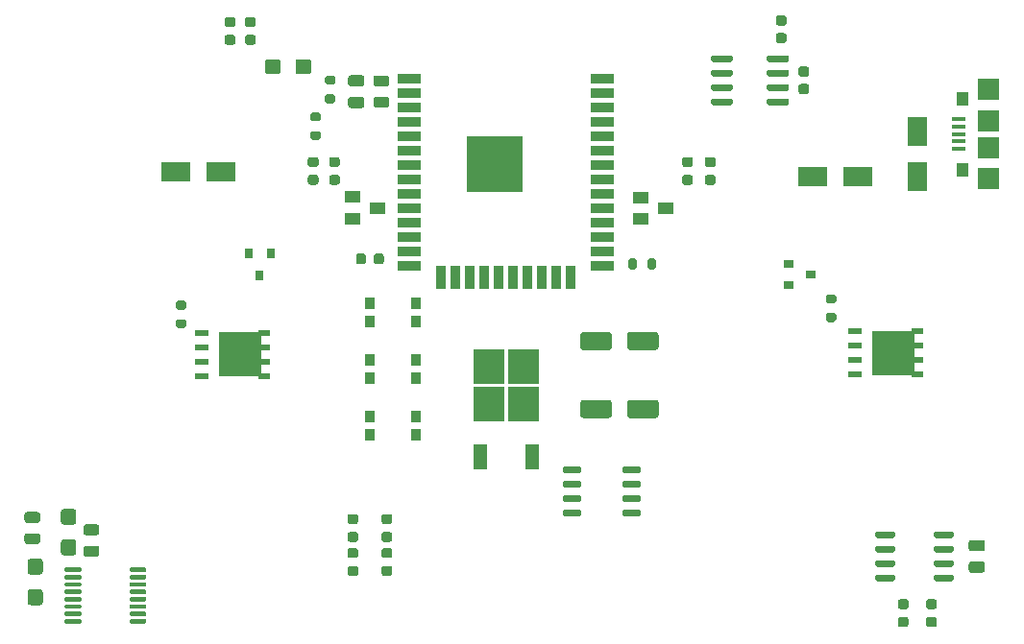
<source format=gbr>
G04 #@! TF.GenerationSoftware,KiCad,Pcbnew,(5.1.7-0-10_14)*
G04 #@! TF.CreationDate,2020-11-13T20:56:13+11:00*
G04 #@! TF.ProjectId,esp32_battery_isolator,65737033-325f-4626-9174-746572795f69,rev?*
G04 #@! TF.SameCoordinates,Original*
G04 #@! TF.FileFunction,Paste,Top*
G04 #@! TF.FilePolarity,Positive*
%FSLAX46Y46*%
G04 Gerber Fmt 4.6, Leading zero omitted, Abs format (unit mm)*
G04 Created by KiCad (PCBNEW (5.1.7-0-10_14)) date 2020-11-13 20:56:13*
%MOMM*%
%LPD*%
G01*
G04 APERTURE LIST*
%ADD10R,1.800000X2.500000*%
%ADD11R,1.300000X0.400000*%
%ADD12R,1.900000X1.900000*%
%ADD13R,1.000000X1.300000*%
%ADD14R,5.000000X5.000000*%
%ADD15R,2.000000X0.900000*%
%ADD16R,0.900000X2.000000*%
%ADD17R,2.500000X1.800000*%
%ADD18R,0.900000X1.000000*%
%ADD19R,1.200000X2.200000*%
%ADD20R,2.750000X3.050000*%
%ADD21R,1.400000X1.000000*%
%ADD22R,0.800000X0.900000*%
%ADD23R,1.270000X0.610000*%
%ADD24R,1.020000X0.610000*%
%ADD25R,3.810000X3.910000*%
%ADD26R,0.900000X0.800000*%
G04 APERTURE END LIST*
G36*
G01*
X134456250Y-85425000D02*
X133543750Y-85425000D01*
G75*
G02*
X133300000Y-85181250I0J243750D01*
G01*
X133300000Y-84693750D01*
G75*
G02*
X133543750Y-84450000I243750J0D01*
G01*
X134456250Y-84450000D01*
G75*
G02*
X134700000Y-84693750I0J-243750D01*
G01*
X134700000Y-85181250D01*
G75*
G02*
X134456250Y-85425000I-243750J0D01*
G01*
G37*
G36*
G01*
X134456250Y-83550000D02*
X133543750Y-83550000D01*
G75*
G02*
X133300000Y-83306250I0J243750D01*
G01*
X133300000Y-82818750D01*
G75*
G02*
X133543750Y-82575000I243750J0D01*
G01*
X134456250Y-82575000D01*
G75*
G02*
X134700000Y-82818750I0J-243750D01*
G01*
X134700000Y-83306250D01*
G75*
G02*
X134456250Y-83550000I-243750J0D01*
G01*
G37*
G36*
G01*
X108906250Y-123150000D02*
X107993750Y-123150000D01*
G75*
G02*
X107750000Y-122906250I0J243750D01*
G01*
X107750000Y-122418750D01*
G75*
G02*
X107993750Y-122175000I243750J0D01*
G01*
X108906250Y-122175000D01*
G75*
G02*
X109150000Y-122418750I0J-243750D01*
G01*
X109150000Y-122906250D01*
G75*
G02*
X108906250Y-123150000I-243750J0D01*
G01*
G37*
G36*
G01*
X108906250Y-125025000D02*
X107993750Y-125025000D01*
G75*
G02*
X107750000Y-124781250I0J243750D01*
G01*
X107750000Y-124293750D01*
G75*
G02*
X107993750Y-124050000I243750J0D01*
G01*
X108906250Y-124050000D01*
G75*
G02*
X109150000Y-124293750I0J-243750D01*
G01*
X109150000Y-124781250D01*
G75*
G02*
X108906250Y-125025000I-243750J0D01*
G01*
G37*
G36*
G01*
X103706250Y-123925000D02*
X102793750Y-123925000D01*
G75*
G02*
X102550000Y-123681250I0J243750D01*
G01*
X102550000Y-123193750D01*
G75*
G02*
X102793750Y-122950000I243750J0D01*
G01*
X103706250Y-122950000D01*
G75*
G02*
X103950000Y-123193750I0J-243750D01*
G01*
X103950000Y-123681250D01*
G75*
G02*
X103706250Y-123925000I-243750J0D01*
G01*
G37*
G36*
G01*
X103706250Y-122050000D02*
X102793750Y-122050000D01*
G75*
G02*
X102550000Y-121806250I0J243750D01*
G01*
X102550000Y-121318750D01*
G75*
G02*
X102793750Y-121075000I243750J0D01*
G01*
X103706250Y-121075000D01*
G75*
G02*
X103950000Y-121318750I0J-243750D01*
G01*
X103950000Y-121806250D01*
G75*
G02*
X103706250Y-122050000I-243750J0D01*
G01*
G37*
G36*
G01*
X120931250Y-78300000D02*
X120418750Y-78300000D01*
G75*
G02*
X120200000Y-78081250I0J218750D01*
G01*
X120200000Y-77643750D01*
G75*
G02*
X120418750Y-77425000I218750J0D01*
G01*
X120931250Y-77425000D01*
G75*
G02*
X121150000Y-77643750I0J-218750D01*
G01*
X121150000Y-78081250D01*
G75*
G02*
X120931250Y-78300000I-218750J0D01*
G01*
G37*
G36*
G01*
X120931250Y-79875000D02*
X120418750Y-79875000D01*
G75*
G02*
X120200000Y-79656250I0J218750D01*
G01*
X120200000Y-79218750D01*
G75*
G02*
X120418750Y-79000000I218750J0D01*
G01*
X120931250Y-79000000D01*
G75*
G02*
X121150000Y-79218750I0J-218750D01*
G01*
X121150000Y-79656250D01*
G75*
G02*
X120931250Y-79875000I-218750J0D01*
G01*
G37*
G36*
G01*
X128256250Y-92225000D02*
X127743750Y-92225000D01*
G75*
G02*
X127525000Y-92006250I0J218750D01*
G01*
X127525000Y-91568750D01*
G75*
G02*
X127743750Y-91350000I218750J0D01*
G01*
X128256250Y-91350000D01*
G75*
G02*
X128475000Y-91568750I0J-218750D01*
G01*
X128475000Y-92006250D01*
G75*
G02*
X128256250Y-92225000I-218750J0D01*
G01*
G37*
G36*
G01*
X128256250Y-90650000D02*
X127743750Y-90650000D01*
G75*
G02*
X127525000Y-90431250I0J218750D01*
G01*
X127525000Y-89993750D01*
G75*
G02*
X127743750Y-89775000I218750J0D01*
G01*
X128256250Y-89775000D01*
G75*
G02*
X128475000Y-89993750I0J-218750D01*
G01*
X128475000Y-90431250D01*
G75*
G02*
X128256250Y-90650000I-218750J0D01*
G01*
G37*
G36*
G01*
X122731250Y-78300000D02*
X122218750Y-78300000D01*
G75*
G02*
X122000000Y-78081250I0J218750D01*
G01*
X122000000Y-77643750D01*
G75*
G02*
X122218750Y-77425000I218750J0D01*
G01*
X122731250Y-77425000D01*
G75*
G02*
X122950000Y-77643750I0J-218750D01*
G01*
X122950000Y-78081250D01*
G75*
G02*
X122731250Y-78300000I-218750J0D01*
G01*
G37*
G36*
G01*
X122731250Y-79875000D02*
X122218750Y-79875000D01*
G75*
G02*
X122000000Y-79656250I0J218750D01*
G01*
X122000000Y-79218750D01*
G75*
G02*
X122218750Y-79000000I218750J0D01*
G01*
X122731250Y-79000000D01*
G75*
G02*
X122950000Y-79218750I0J-218750D01*
G01*
X122950000Y-79656250D01*
G75*
G02*
X122731250Y-79875000I-218750J0D01*
G01*
G37*
G36*
G01*
X130131250Y-92225000D02*
X129618750Y-92225000D01*
G75*
G02*
X129400000Y-92006250I0J218750D01*
G01*
X129400000Y-91568750D01*
G75*
G02*
X129618750Y-91350000I218750J0D01*
G01*
X130131250Y-91350000D01*
G75*
G02*
X130350000Y-91568750I0J-218750D01*
G01*
X130350000Y-92006250D01*
G75*
G02*
X130131250Y-92225000I-218750J0D01*
G01*
G37*
G36*
G01*
X130131250Y-90650000D02*
X129618750Y-90650000D01*
G75*
G02*
X129400000Y-90431250I0J218750D01*
G01*
X129400000Y-89993750D01*
G75*
G02*
X129618750Y-89775000I218750J0D01*
G01*
X130131250Y-89775000D01*
G75*
G02*
X130350000Y-89993750I0J-218750D01*
G01*
X130350000Y-90431250D01*
G75*
G02*
X130131250Y-90650000I-218750J0D01*
G01*
G37*
G36*
G01*
X131775000Y-99006250D02*
X131775000Y-98493750D01*
G75*
G02*
X131993750Y-98275000I218750J0D01*
G01*
X132431250Y-98275000D01*
G75*
G02*
X132650000Y-98493750I0J-218750D01*
G01*
X132650000Y-99006250D01*
G75*
G02*
X132431250Y-99225000I-218750J0D01*
G01*
X131993750Y-99225000D01*
G75*
G02*
X131775000Y-99006250I0J218750D01*
G01*
G37*
G36*
G01*
X133350000Y-99006250D02*
X133350000Y-98493750D01*
G75*
G02*
X133568750Y-98275000I218750J0D01*
G01*
X134006250Y-98275000D01*
G75*
G02*
X134225000Y-98493750I0J-218750D01*
G01*
X134225000Y-99006250D01*
G75*
G02*
X134006250Y-99225000I-218750J0D01*
G01*
X133568750Y-99225000D01*
G75*
G02*
X133350000Y-99006250I0J218750D01*
G01*
G37*
G36*
G01*
X179743750Y-130350000D02*
X180256250Y-130350000D01*
G75*
G02*
X180475000Y-130568750I0J-218750D01*
G01*
X180475000Y-131006250D01*
G75*
G02*
X180256250Y-131225000I-218750J0D01*
G01*
X179743750Y-131225000D01*
G75*
G02*
X179525000Y-131006250I0J218750D01*
G01*
X179525000Y-130568750D01*
G75*
G02*
X179743750Y-130350000I218750J0D01*
G01*
G37*
G36*
G01*
X179743750Y-128775000D02*
X180256250Y-128775000D01*
G75*
G02*
X180475000Y-128993750I0J-218750D01*
G01*
X180475000Y-129431250D01*
G75*
G02*
X180256250Y-129650000I-218750J0D01*
G01*
X179743750Y-129650000D01*
G75*
G02*
X179525000Y-129431250I0J218750D01*
G01*
X179525000Y-128993750D01*
G75*
G02*
X179743750Y-128775000I218750J0D01*
G01*
G37*
G36*
G01*
X182243750Y-130350000D02*
X182756250Y-130350000D01*
G75*
G02*
X182975000Y-130568750I0J-218750D01*
G01*
X182975000Y-131006250D01*
G75*
G02*
X182756250Y-131225000I-218750J0D01*
G01*
X182243750Y-131225000D01*
G75*
G02*
X182025000Y-131006250I0J218750D01*
G01*
X182025000Y-130568750D01*
G75*
G02*
X182243750Y-130350000I218750J0D01*
G01*
G37*
G36*
G01*
X182243750Y-128775000D02*
X182756250Y-128775000D01*
G75*
G02*
X182975000Y-128993750I0J-218750D01*
G01*
X182975000Y-129431250D01*
G75*
G02*
X182756250Y-129650000I-218750J0D01*
G01*
X182243750Y-129650000D01*
G75*
G02*
X182025000Y-129431250I0J218750D01*
G01*
X182025000Y-128993750D01*
G75*
G02*
X182243750Y-128775000I218750J0D01*
G01*
G37*
G36*
G01*
X131756250Y-125150000D02*
X131243750Y-125150000D01*
G75*
G02*
X131025000Y-124931250I0J218750D01*
G01*
X131025000Y-124493750D01*
G75*
G02*
X131243750Y-124275000I218750J0D01*
G01*
X131756250Y-124275000D01*
G75*
G02*
X131975000Y-124493750I0J-218750D01*
G01*
X131975000Y-124931250D01*
G75*
G02*
X131756250Y-125150000I-218750J0D01*
G01*
G37*
G36*
G01*
X131756250Y-126725000D02*
X131243750Y-126725000D01*
G75*
G02*
X131025000Y-126506250I0J218750D01*
G01*
X131025000Y-126068750D01*
G75*
G02*
X131243750Y-125850000I218750J0D01*
G01*
X131756250Y-125850000D01*
G75*
G02*
X131975000Y-126068750I0J-218750D01*
G01*
X131975000Y-126506250D01*
G75*
G02*
X131756250Y-126725000I-218750J0D01*
G01*
G37*
G36*
G01*
X131756250Y-123725000D02*
X131243750Y-123725000D01*
G75*
G02*
X131025000Y-123506250I0J218750D01*
G01*
X131025000Y-123068750D01*
G75*
G02*
X131243750Y-122850000I218750J0D01*
G01*
X131756250Y-122850000D01*
G75*
G02*
X131975000Y-123068750I0J-218750D01*
G01*
X131975000Y-123506250D01*
G75*
G02*
X131756250Y-123725000I-218750J0D01*
G01*
G37*
G36*
G01*
X131756250Y-122150000D02*
X131243750Y-122150000D01*
G75*
G02*
X131025000Y-121931250I0J218750D01*
G01*
X131025000Y-121493750D01*
G75*
G02*
X131243750Y-121275000I218750J0D01*
G01*
X131756250Y-121275000D01*
G75*
G02*
X131975000Y-121493750I0J-218750D01*
G01*
X131975000Y-121931250D01*
G75*
G02*
X131756250Y-122150000I-218750J0D01*
G01*
G37*
G36*
G01*
X134756250Y-125150000D02*
X134243750Y-125150000D01*
G75*
G02*
X134025000Y-124931250I0J218750D01*
G01*
X134025000Y-124493750D01*
G75*
G02*
X134243750Y-124275000I218750J0D01*
G01*
X134756250Y-124275000D01*
G75*
G02*
X134975000Y-124493750I0J-218750D01*
G01*
X134975000Y-124931250D01*
G75*
G02*
X134756250Y-125150000I-218750J0D01*
G01*
G37*
G36*
G01*
X134756250Y-126725000D02*
X134243750Y-126725000D01*
G75*
G02*
X134025000Y-126506250I0J218750D01*
G01*
X134025000Y-126068750D01*
G75*
G02*
X134243750Y-125850000I218750J0D01*
G01*
X134756250Y-125850000D01*
G75*
G02*
X134975000Y-126068750I0J-218750D01*
G01*
X134975000Y-126506250D01*
G75*
G02*
X134756250Y-126725000I-218750J0D01*
G01*
G37*
G36*
G01*
X134756250Y-123725000D02*
X134243750Y-123725000D01*
G75*
G02*
X134025000Y-123506250I0J218750D01*
G01*
X134025000Y-123068750D01*
G75*
G02*
X134243750Y-122850000I218750J0D01*
G01*
X134756250Y-122850000D01*
G75*
G02*
X134975000Y-123068750I0J-218750D01*
G01*
X134975000Y-123506250D01*
G75*
G02*
X134756250Y-123725000I-218750J0D01*
G01*
G37*
G36*
G01*
X134756250Y-122150000D02*
X134243750Y-122150000D01*
G75*
G02*
X134025000Y-121931250I0J218750D01*
G01*
X134025000Y-121493750D01*
G75*
G02*
X134243750Y-121275000I218750J0D01*
G01*
X134756250Y-121275000D01*
G75*
G02*
X134975000Y-121493750I0J-218750D01*
G01*
X134975000Y-121931250D01*
G75*
G02*
X134756250Y-122150000I-218750J0D01*
G01*
G37*
G36*
G01*
X151550000Y-112550000D02*
X151550000Y-111450000D01*
G75*
G02*
X151800000Y-111200000I250000J0D01*
G01*
X154075000Y-111200000D01*
G75*
G02*
X154325000Y-111450000I0J-250000D01*
G01*
X154325000Y-112550000D01*
G75*
G02*
X154075000Y-112800000I-250000J0D01*
G01*
X151800000Y-112800000D01*
G75*
G02*
X151550000Y-112550000I0J250000D01*
G01*
G37*
G36*
G01*
X155675000Y-112550000D02*
X155675000Y-111450000D01*
G75*
G02*
X155925000Y-111200000I250000J0D01*
G01*
X158200000Y-111200000D01*
G75*
G02*
X158450000Y-111450000I0J-250000D01*
G01*
X158450000Y-112550000D01*
G75*
G02*
X158200000Y-112800000I-250000J0D01*
G01*
X155925000Y-112800000D01*
G75*
G02*
X155675000Y-112550000I0J250000D01*
G01*
G37*
G36*
G01*
X155675000Y-106550000D02*
X155675000Y-105450000D01*
G75*
G02*
X155925000Y-105200000I250000J0D01*
G01*
X158200000Y-105200000D01*
G75*
G02*
X158450000Y-105450000I0J-250000D01*
G01*
X158450000Y-106550000D01*
G75*
G02*
X158200000Y-106800000I-250000J0D01*
G01*
X155925000Y-106800000D01*
G75*
G02*
X155675000Y-106550000I0J250000D01*
G01*
G37*
G36*
G01*
X151550000Y-106550000D02*
X151550000Y-105450000D01*
G75*
G02*
X151800000Y-105200000I250000J0D01*
G01*
X154075000Y-105200000D01*
G75*
G02*
X154325000Y-105450000I0J-250000D01*
G01*
X154325000Y-106550000D01*
G75*
G02*
X154075000Y-106800000I-250000J0D01*
G01*
X151800000Y-106800000D01*
G75*
G02*
X151550000Y-106550000I0J250000D01*
G01*
G37*
G36*
G01*
X106875001Y-122200000D02*
X106024999Y-122200000D01*
G75*
G02*
X105775000Y-121950001I0J249999D01*
G01*
X105775000Y-121049999D01*
G75*
G02*
X106024999Y-120800000I249999J0D01*
G01*
X106875001Y-120800000D01*
G75*
G02*
X107125000Y-121049999I0J-249999D01*
G01*
X107125000Y-121950001D01*
G75*
G02*
X106875001Y-122200000I-249999J0D01*
G01*
G37*
G36*
G01*
X106875001Y-124900000D02*
X106024999Y-124900000D01*
G75*
G02*
X105775000Y-124650001I0J249999D01*
G01*
X105775000Y-123749999D01*
G75*
G02*
X106024999Y-123500000I249999J0D01*
G01*
X106875001Y-123500000D01*
G75*
G02*
X107125000Y-123749999I0J-249999D01*
G01*
X107125000Y-124650001D01*
G75*
G02*
X106875001Y-124900000I-249999J0D01*
G01*
G37*
G36*
G01*
X103074999Y-125200000D02*
X103925001Y-125200000D01*
G75*
G02*
X104175000Y-125449999I0J-249999D01*
G01*
X104175000Y-126350001D01*
G75*
G02*
X103925001Y-126600000I-249999J0D01*
G01*
X103074999Y-126600000D01*
G75*
G02*
X102825000Y-126350001I0J249999D01*
G01*
X102825000Y-125449999D01*
G75*
G02*
X103074999Y-125200000I249999J0D01*
G01*
G37*
G36*
G01*
X103074999Y-127900000D02*
X103925001Y-127900000D01*
G75*
G02*
X104175000Y-128149999I0J-249999D01*
G01*
X104175000Y-129050001D01*
G75*
G02*
X103925001Y-129300000I-249999J0D01*
G01*
X103074999Y-129300000D01*
G75*
G02*
X102825000Y-129050001I0J249999D01*
G01*
X102825000Y-128149999D01*
G75*
G02*
X103074999Y-127900000I249999J0D01*
G01*
G37*
G36*
G01*
X186025000Y-123550000D02*
X186975000Y-123550000D01*
G75*
G02*
X187225000Y-123800000I0J-250000D01*
G01*
X187225000Y-124300000D01*
G75*
G02*
X186975000Y-124550000I-250000J0D01*
G01*
X186025000Y-124550000D01*
G75*
G02*
X185775000Y-124300000I0J250000D01*
G01*
X185775000Y-123800000D01*
G75*
G02*
X186025000Y-123550000I250000J0D01*
G01*
G37*
G36*
G01*
X186025000Y-125450000D02*
X186975000Y-125450000D01*
G75*
G02*
X187225000Y-125700000I0J-250000D01*
G01*
X187225000Y-126200000D01*
G75*
G02*
X186975000Y-126450000I-250000J0D01*
G01*
X186025000Y-126450000D01*
G75*
G02*
X185775000Y-126200000I0J250000D01*
G01*
X185775000Y-125700000D01*
G75*
G02*
X186025000Y-125450000I250000J0D01*
G01*
G37*
G36*
G01*
X169500000Y-79725000D02*
X169000000Y-79725000D01*
G75*
G02*
X168775000Y-79500000I0J225000D01*
G01*
X168775000Y-79050000D01*
G75*
G02*
X169000000Y-78825000I225000J0D01*
G01*
X169500000Y-78825000D01*
G75*
G02*
X169725000Y-79050000I0J-225000D01*
G01*
X169725000Y-79500000D01*
G75*
G02*
X169500000Y-79725000I-225000J0D01*
G01*
G37*
G36*
G01*
X169500000Y-78175000D02*
X169000000Y-78175000D01*
G75*
G02*
X168775000Y-77950000I0J225000D01*
G01*
X168775000Y-77500000D01*
G75*
G02*
X169000000Y-77275000I225000J0D01*
G01*
X169500000Y-77275000D01*
G75*
G02*
X169725000Y-77500000I0J-225000D01*
G01*
X169725000Y-77950000D01*
G75*
G02*
X169500000Y-78175000I-225000J0D01*
G01*
G37*
G36*
G01*
X171500000Y-82675000D02*
X171000000Y-82675000D01*
G75*
G02*
X170775000Y-82450000I0J225000D01*
G01*
X170775000Y-82000000D01*
G75*
G02*
X171000000Y-81775000I225000J0D01*
G01*
X171500000Y-81775000D01*
G75*
G02*
X171725000Y-82000000I0J-225000D01*
G01*
X171725000Y-82450000D01*
G75*
G02*
X171500000Y-82675000I-225000J0D01*
G01*
G37*
G36*
G01*
X171500000Y-84225000D02*
X171000000Y-84225000D01*
G75*
G02*
X170775000Y-84000000I0J225000D01*
G01*
X170775000Y-83550000D01*
G75*
G02*
X171000000Y-83325000I225000J0D01*
G01*
X171500000Y-83325000D01*
G75*
G02*
X171725000Y-83550000I0J-225000D01*
G01*
X171725000Y-84000000D01*
G75*
G02*
X171500000Y-84225000I-225000J0D01*
G01*
G37*
D10*
X181250000Y-91500000D03*
X181250000Y-87500000D03*
G36*
G01*
X161256250Y-92225000D02*
X160743750Y-92225000D01*
G75*
G02*
X160525000Y-92006250I0J218750D01*
G01*
X160525000Y-91568750D01*
G75*
G02*
X160743750Y-91350000I218750J0D01*
G01*
X161256250Y-91350000D01*
G75*
G02*
X161475000Y-91568750I0J-218750D01*
G01*
X161475000Y-92006250D01*
G75*
G02*
X161256250Y-92225000I-218750J0D01*
G01*
G37*
G36*
G01*
X161256250Y-90650000D02*
X160743750Y-90650000D01*
G75*
G02*
X160525000Y-90431250I0J218750D01*
G01*
X160525000Y-89993750D01*
G75*
G02*
X160743750Y-89775000I218750J0D01*
G01*
X161256250Y-89775000D01*
G75*
G02*
X161475000Y-89993750I0J-218750D01*
G01*
X161475000Y-90431250D01*
G75*
G02*
X161256250Y-90650000I-218750J0D01*
G01*
G37*
D11*
X184900000Y-88400000D03*
X184900000Y-89050000D03*
X184900000Y-87750000D03*
X184900000Y-87100000D03*
X184900000Y-86450000D03*
D12*
X187550000Y-91700000D03*
X187550000Y-83800000D03*
X187550000Y-86550000D03*
X187550000Y-88950000D03*
D13*
X185200000Y-90900000D03*
X185200000Y-84600000D03*
G36*
G01*
X129225000Y-82575000D02*
X129775000Y-82575000D01*
G75*
G02*
X129975000Y-82775000I0J-200000D01*
G01*
X129975000Y-83175000D01*
G75*
G02*
X129775000Y-83375000I-200000J0D01*
G01*
X129225000Y-83375000D01*
G75*
G02*
X129025000Y-83175000I0J200000D01*
G01*
X129025000Y-82775000D01*
G75*
G02*
X129225000Y-82575000I200000J0D01*
G01*
G37*
G36*
G01*
X129225000Y-84225000D02*
X129775000Y-84225000D01*
G75*
G02*
X129975000Y-84425000I0J-200000D01*
G01*
X129975000Y-84825000D01*
G75*
G02*
X129775000Y-85025000I-200000J0D01*
G01*
X129225000Y-85025000D01*
G75*
G02*
X129025000Y-84825000I0J200000D01*
G01*
X129025000Y-84425000D01*
G75*
G02*
X129225000Y-84225000I200000J0D01*
G01*
G37*
G36*
G01*
X163256250Y-90650000D02*
X162743750Y-90650000D01*
G75*
G02*
X162525000Y-90431250I0J218750D01*
G01*
X162525000Y-89993750D01*
G75*
G02*
X162743750Y-89775000I218750J0D01*
G01*
X163256250Y-89775000D01*
G75*
G02*
X163475000Y-89993750I0J-218750D01*
G01*
X163475000Y-90431250D01*
G75*
G02*
X163256250Y-90650000I-218750J0D01*
G01*
G37*
G36*
G01*
X163256250Y-92225000D02*
X162743750Y-92225000D01*
G75*
G02*
X162525000Y-92006250I0J218750D01*
G01*
X162525000Y-91568750D01*
G75*
G02*
X162743750Y-91350000I218750J0D01*
G01*
X163256250Y-91350000D01*
G75*
G02*
X163475000Y-91568750I0J-218750D01*
G01*
X163475000Y-92006250D01*
G75*
G02*
X163256250Y-92225000I-218750J0D01*
G01*
G37*
D14*
X144000000Y-90395000D03*
D15*
X136500000Y-82895000D03*
X136500000Y-84165000D03*
X136500000Y-85435000D03*
X136500000Y-86705000D03*
X136500000Y-87975000D03*
X136500000Y-89245000D03*
X136500000Y-90515000D03*
X136500000Y-91785000D03*
X136500000Y-93055000D03*
X136500000Y-94325000D03*
X136500000Y-95595000D03*
X136500000Y-96865000D03*
X136500000Y-98135000D03*
X136500000Y-99405000D03*
D16*
X139285000Y-100405000D03*
X140555000Y-100405000D03*
X141825000Y-100405000D03*
X143095000Y-100405000D03*
X144365000Y-100405000D03*
X145635000Y-100405000D03*
X146905000Y-100405000D03*
X148175000Y-100405000D03*
X149445000Y-100405000D03*
X150715000Y-100405000D03*
D15*
X153500000Y-99405000D03*
X153500000Y-98135000D03*
X153500000Y-96865000D03*
X153500000Y-95595000D03*
X153500000Y-94325000D03*
X153500000Y-93055000D03*
X153500000Y-91785000D03*
X153500000Y-90515000D03*
X153500000Y-89245000D03*
X153500000Y-87975000D03*
X153500000Y-86705000D03*
X153500000Y-85435000D03*
X153500000Y-84165000D03*
X153500000Y-82895000D03*
G36*
G01*
X106100000Y-126275000D02*
X106100000Y-126075000D01*
G75*
G02*
X106200000Y-125975000I100000J0D01*
G01*
X107475000Y-125975000D01*
G75*
G02*
X107575000Y-126075000I0J-100000D01*
G01*
X107575000Y-126275000D01*
G75*
G02*
X107475000Y-126375000I-100000J0D01*
G01*
X106200000Y-126375000D01*
G75*
G02*
X106100000Y-126275000I0J100000D01*
G01*
G37*
G36*
G01*
X106100000Y-126925000D02*
X106100000Y-126725000D01*
G75*
G02*
X106200000Y-126625000I100000J0D01*
G01*
X107475000Y-126625000D01*
G75*
G02*
X107575000Y-126725000I0J-100000D01*
G01*
X107575000Y-126925000D01*
G75*
G02*
X107475000Y-127025000I-100000J0D01*
G01*
X106200000Y-127025000D01*
G75*
G02*
X106100000Y-126925000I0J100000D01*
G01*
G37*
G36*
G01*
X106100000Y-127575000D02*
X106100000Y-127375000D01*
G75*
G02*
X106200000Y-127275000I100000J0D01*
G01*
X107475000Y-127275000D01*
G75*
G02*
X107575000Y-127375000I0J-100000D01*
G01*
X107575000Y-127575000D01*
G75*
G02*
X107475000Y-127675000I-100000J0D01*
G01*
X106200000Y-127675000D01*
G75*
G02*
X106100000Y-127575000I0J100000D01*
G01*
G37*
G36*
G01*
X106100000Y-128225000D02*
X106100000Y-128025000D01*
G75*
G02*
X106200000Y-127925000I100000J0D01*
G01*
X107475000Y-127925000D01*
G75*
G02*
X107575000Y-128025000I0J-100000D01*
G01*
X107575000Y-128225000D01*
G75*
G02*
X107475000Y-128325000I-100000J0D01*
G01*
X106200000Y-128325000D01*
G75*
G02*
X106100000Y-128225000I0J100000D01*
G01*
G37*
G36*
G01*
X106100000Y-128875000D02*
X106100000Y-128675000D01*
G75*
G02*
X106200000Y-128575000I100000J0D01*
G01*
X107475000Y-128575000D01*
G75*
G02*
X107575000Y-128675000I0J-100000D01*
G01*
X107575000Y-128875000D01*
G75*
G02*
X107475000Y-128975000I-100000J0D01*
G01*
X106200000Y-128975000D01*
G75*
G02*
X106100000Y-128875000I0J100000D01*
G01*
G37*
G36*
G01*
X106100000Y-129525000D02*
X106100000Y-129325000D01*
G75*
G02*
X106200000Y-129225000I100000J0D01*
G01*
X107475000Y-129225000D01*
G75*
G02*
X107575000Y-129325000I0J-100000D01*
G01*
X107575000Y-129525000D01*
G75*
G02*
X107475000Y-129625000I-100000J0D01*
G01*
X106200000Y-129625000D01*
G75*
G02*
X106100000Y-129525000I0J100000D01*
G01*
G37*
G36*
G01*
X106100000Y-130175000D02*
X106100000Y-129975000D01*
G75*
G02*
X106200000Y-129875000I100000J0D01*
G01*
X107475000Y-129875000D01*
G75*
G02*
X107575000Y-129975000I0J-100000D01*
G01*
X107575000Y-130175000D01*
G75*
G02*
X107475000Y-130275000I-100000J0D01*
G01*
X106200000Y-130275000D01*
G75*
G02*
X106100000Y-130175000I0J100000D01*
G01*
G37*
G36*
G01*
X106100000Y-130825000D02*
X106100000Y-130625000D01*
G75*
G02*
X106200000Y-130525000I100000J0D01*
G01*
X107475000Y-130525000D01*
G75*
G02*
X107575000Y-130625000I0J-100000D01*
G01*
X107575000Y-130825000D01*
G75*
G02*
X107475000Y-130925000I-100000J0D01*
G01*
X106200000Y-130925000D01*
G75*
G02*
X106100000Y-130825000I0J100000D01*
G01*
G37*
G36*
G01*
X111825000Y-130825000D02*
X111825000Y-130625000D01*
G75*
G02*
X111925000Y-130525000I100000J0D01*
G01*
X113200000Y-130525000D01*
G75*
G02*
X113300000Y-130625000I0J-100000D01*
G01*
X113300000Y-130825000D01*
G75*
G02*
X113200000Y-130925000I-100000J0D01*
G01*
X111925000Y-130925000D01*
G75*
G02*
X111825000Y-130825000I0J100000D01*
G01*
G37*
G36*
G01*
X111825000Y-130175000D02*
X111825000Y-129975000D01*
G75*
G02*
X111925000Y-129875000I100000J0D01*
G01*
X113200000Y-129875000D01*
G75*
G02*
X113300000Y-129975000I0J-100000D01*
G01*
X113300000Y-130175000D01*
G75*
G02*
X113200000Y-130275000I-100000J0D01*
G01*
X111925000Y-130275000D01*
G75*
G02*
X111825000Y-130175000I0J100000D01*
G01*
G37*
G36*
G01*
X111825000Y-129525000D02*
X111825000Y-129325000D01*
G75*
G02*
X111925000Y-129225000I100000J0D01*
G01*
X113200000Y-129225000D01*
G75*
G02*
X113300000Y-129325000I0J-100000D01*
G01*
X113300000Y-129525000D01*
G75*
G02*
X113200000Y-129625000I-100000J0D01*
G01*
X111925000Y-129625000D01*
G75*
G02*
X111825000Y-129525000I0J100000D01*
G01*
G37*
G36*
G01*
X111825000Y-128875000D02*
X111825000Y-128675000D01*
G75*
G02*
X111925000Y-128575000I100000J0D01*
G01*
X113200000Y-128575000D01*
G75*
G02*
X113300000Y-128675000I0J-100000D01*
G01*
X113300000Y-128875000D01*
G75*
G02*
X113200000Y-128975000I-100000J0D01*
G01*
X111925000Y-128975000D01*
G75*
G02*
X111825000Y-128875000I0J100000D01*
G01*
G37*
G36*
G01*
X111825000Y-128225000D02*
X111825000Y-128025000D01*
G75*
G02*
X111925000Y-127925000I100000J0D01*
G01*
X113200000Y-127925000D01*
G75*
G02*
X113300000Y-128025000I0J-100000D01*
G01*
X113300000Y-128225000D01*
G75*
G02*
X113200000Y-128325000I-100000J0D01*
G01*
X111925000Y-128325000D01*
G75*
G02*
X111825000Y-128225000I0J100000D01*
G01*
G37*
G36*
G01*
X111825000Y-127575000D02*
X111825000Y-127375000D01*
G75*
G02*
X111925000Y-127275000I100000J0D01*
G01*
X113200000Y-127275000D01*
G75*
G02*
X113300000Y-127375000I0J-100000D01*
G01*
X113300000Y-127575000D01*
G75*
G02*
X113200000Y-127675000I-100000J0D01*
G01*
X111925000Y-127675000D01*
G75*
G02*
X111825000Y-127575000I0J100000D01*
G01*
G37*
G36*
G01*
X111825000Y-126925000D02*
X111825000Y-126725000D01*
G75*
G02*
X111925000Y-126625000I100000J0D01*
G01*
X113200000Y-126625000D01*
G75*
G02*
X113300000Y-126725000I0J-100000D01*
G01*
X113300000Y-126925000D01*
G75*
G02*
X113200000Y-127025000I-100000J0D01*
G01*
X111925000Y-127025000D01*
G75*
G02*
X111825000Y-126925000I0J100000D01*
G01*
G37*
G36*
G01*
X111825000Y-126275000D02*
X111825000Y-126075000D01*
G75*
G02*
X111925000Y-125975000I100000J0D01*
G01*
X113200000Y-125975000D01*
G75*
G02*
X113300000Y-126075000I0J-100000D01*
G01*
X113300000Y-126275000D01*
G75*
G02*
X113200000Y-126375000I-100000J0D01*
G01*
X111925000Y-126375000D01*
G75*
G02*
X111825000Y-126275000I0J100000D01*
G01*
G37*
G36*
G01*
X177550000Y-123245000D02*
X177550000Y-122945000D01*
G75*
G02*
X177700000Y-122795000I150000J0D01*
G01*
X179150000Y-122795000D01*
G75*
G02*
X179300000Y-122945000I0J-150000D01*
G01*
X179300000Y-123245000D01*
G75*
G02*
X179150000Y-123395000I-150000J0D01*
G01*
X177700000Y-123395000D01*
G75*
G02*
X177550000Y-123245000I0J150000D01*
G01*
G37*
G36*
G01*
X177550000Y-124515000D02*
X177550000Y-124215000D01*
G75*
G02*
X177700000Y-124065000I150000J0D01*
G01*
X179150000Y-124065000D01*
G75*
G02*
X179300000Y-124215000I0J-150000D01*
G01*
X179300000Y-124515000D01*
G75*
G02*
X179150000Y-124665000I-150000J0D01*
G01*
X177700000Y-124665000D01*
G75*
G02*
X177550000Y-124515000I0J150000D01*
G01*
G37*
G36*
G01*
X177550000Y-125785000D02*
X177550000Y-125485000D01*
G75*
G02*
X177700000Y-125335000I150000J0D01*
G01*
X179150000Y-125335000D01*
G75*
G02*
X179300000Y-125485000I0J-150000D01*
G01*
X179300000Y-125785000D01*
G75*
G02*
X179150000Y-125935000I-150000J0D01*
G01*
X177700000Y-125935000D01*
G75*
G02*
X177550000Y-125785000I0J150000D01*
G01*
G37*
G36*
G01*
X177550000Y-127055000D02*
X177550000Y-126755000D01*
G75*
G02*
X177700000Y-126605000I150000J0D01*
G01*
X179150000Y-126605000D01*
G75*
G02*
X179300000Y-126755000I0J-150000D01*
G01*
X179300000Y-127055000D01*
G75*
G02*
X179150000Y-127205000I-150000J0D01*
G01*
X177700000Y-127205000D01*
G75*
G02*
X177550000Y-127055000I0J150000D01*
G01*
G37*
G36*
G01*
X182700000Y-127055000D02*
X182700000Y-126755000D01*
G75*
G02*
X182850000Y-126605000I150000J0D01*
G01*
X184300000Y-126605000D01*
G75*
G02*
X184450000Y-126755000I0J-150000D01*
G01*
X184450000Y-127055000D01*
G75*
G02*
X184300000Y-127205000I-150000J0D01*
G01*
X182850000Y-127205000D01*
G75*
G02*
X182700000Y-127055000I0J150000D01*
G01*
G37*
G36*
G01*
X182700000Y-125785000D02*
X182700000Y-125485000D01*
G75*
G02*
X182850000Y-125335000I150000J0D01*
G01*
X184300000Y-125335000D01*
G75*
G02*
X184450000Y-125485000I0J-150000D01*
G01*
X184450000Y-125785000D01*
G75*
G02*
X184300000Y-125935000I-150000J0D01*
G01*
X182850000Y-125935000D01*
G75*
G02*
X182700000Y-125785000I0J150000D01*
G01*
G37*
G36*
G01*
X182700000Y-124515000D02*
X182700000Y-124215000D01*
G75*
G02*
X182850000Y-124065000I150000J0D01*
G01*
X184300000Y-124065000D01*
G75*
G02*
X184450000Y-124215000I0J-150000D01*
G01*
X184450000Y-124515000D01*
G75*
G02*
X184300000Y-124665000I-150000J0D01*
G01*
X182850000Y-124665000D01*
G75*
G02*
X182700000Y-124515000I0J150000D01*
G01*
G37*
G36*
G01*
X182700000Y-123245000D02*
X182700000Y-122945000D01*
G75*
G02*
X182850000Y-122795000I150000J0D01*
G01*
X184300000Y-122795000D01*
G75*
G02*
X184450000Y-122945000I0J-150000D01*
G01*
X184450000Y-123245000D01*
G75*
G02*
X184300000Y-123395000I-150000J0D01*
G01*
X182850000Y-123395000D01*
G75*
G02*
X182700000Y-123245000I0J150000D01*
G01*
G37*
G36*
G01*
X163050000Y-81245000D02*
X163050000Y-80945000D01*
G75*
G02*
X163200000Y-80795000I150000J0D01*
G01*
X164850000Y-80795000D01*
G75*
G02*
X165000000Y-80945000I0J-150000D01*
G01*
X165000000Y-81245000D01*
G75*
G02*
X164850000Y-81395000I-150000J0D01*
G01*
X163200000Y-81395000D01*
G75*
G02*
X163050000Y-81245000I0J150000D01*
G01*
G37*
G36*
G01*
X163050000Y-82515000D02*
X163050000Y-82215000D01*
G75*
G02*
X163200000Y-82065000I150000J0D01*
G01*
X164850000Y-82065000D01*
G75*
G02*
X165000000Y-82215000I0J-150000D01*
G01*
X165000000Y-82515000D01*
G75*
G02*
X164850000Y-82665000I-150000J0D01*
G01*
X163200000Y-82665000D01*
G75*
G02*
X163050000Y-82515000I0J150000D01*
G01*
G37*
G36*
G01*
X163050000Y-83785000D02*
X163050000Y-83485000D01*
G75*
G02*
X163200000Y-83335000I150000J0D01*
G01*
X164850000Y-83335000D01*
G75*
G02*
X165000000Y-83485000I0J-150000D01*
G01*
X165000000Y-83785000D01*
G75*
G02*
X164850000Y-83935000I-150000J0D01*
G01*
X163200000Y-83935000D01*
G75*
G02*
X163050000Y-83785000I0J150000D01*
G01*
G37*
G36*
G01*
X163050000Y-85055000D02*
X163050000Y-84755000D01*
G75*
G02*
X163200000Y-84605000I150000J0D01*
G01*
X164850000Y-84605000D01*
G75*
G02*
X165000000Y-84755000I0J-150000D01*
G01*
X165000000Y-85055000D01*
G75*
G02*
X164850000Y-85205000I-150000J0D01*
G01*
X163200000Y-85205000D01*
G75*
G02*
X163050000Y-85055000I0J150000D01*
G01*
G37*
G36*
G01*
X168000000Y-85055000D02*
X168000000Y-84755000D01*
G75*
G02*
X168150000Y-84605000I150000J0D01*
G01*
X169800000Y-84605000D01*
G75*
G02*
X169950000Y-84755000I0J-150000D01*
G01*
X169950000Y-85055000D01*
G75*
G02*
X169800000Y-85205000I-150000J0D01*
G01*
X168150000Y-85205000D01*
G75*
G02*
X168000000Y-85055000I0J150000D01*
G01*
G37*
G36*
G01*
X168000000Y-83785000D02*
X168000000Y-83485000D01*
G75*
G02*
X168150000Y-83335000I150000J0D01*
G01*
X169800000Y-83335000D01*
G75*
G02*
X169950000Y-83485000I0J-150000D01*
G01*
X169950000Y-83785000D01*
G75*
G02*
X169800000Y-83935000I-150000J0D01*
G01*
X168150000Y-83935000D01*
G75*
G02*
X168000000Y-83785000I0J150000D01*
G01*
G37*
G36*
G01*
X168000000Y-82515000D02*
X168000000Y-82215000D01*
G75*
G02*
X168150000Y-82065000I150000J0D01*
G01*
X169800000Y-82065000D01*
G75*
G02*
X169950000Y-82215000I0J-150000D01*
G01*
X169950000Y-82515000D01*
G75*
G02*
X169800000Y-82665000I-150000J0D01*
G01*
X168150000Y-82665000D01*
G75*
G02*
X168000000Y-82515000I0J150000D01*
G01*
G37*
G36*
G01*
X168000000Y-81245000D02*
X168000000Y-80945000D01*
G75*
G02*
X168150000Y-80795000I150000J0D01*
G01*
X169800000Y-80795000D01*
G75*
G02*
X169950000Y-80945000I0J-150000D01*
G01*
X169950000Y-81245000D01*
G75*
G02*
X169800000Y-81395000I-150000J0D01*
G01*
X168150000Y-81395000D01*
G75*
G02*
X168000000Y-81245000I0J150000D01*
G01*
G37*
D17*
X115900000Y-91050000D03*
X119900000Y-91050000D03*
X172000000Y-91500000D03*
X176000000Y-91500000D03*
D18*
X133000000Y-102700000D03*
X133000000Y-104300000D03*
X137100000Y-102700000D03*
X137100000Y-104300000D03*
X137100000Y-109300000D03*
X137100000Y-107700000D03*
X133000000Y-109300000D03*
X133000000Y-107700000D03*
X137100000Y-114300000D03*
X137100000Y-112700000D03*
X133000000Y-114300000D03*
X133000000Y-112700000D03*
G36*
G01*
X127850000Y-81374999D02*
X127850000Y-82225001D01*
G75*
G02*
X127600001Y-82475000I-249999J0D01*
G01*
X126699999Y-82475000D01*
G75*
G02*
X126450000Y-82225001I0J249999D01*
G01*
X126450000Y-81374999D01*
G75*
G02*
X126699999Y-81125000I249999J0D01*
G01*
X127600001Y-81125000D01*
G75*
G02*
X127850000Y-81374999I0J-249999D01*
G01*
G37*
G36*
G01*
X125150000Y-81374999D02*
X125150000Y-82225001D01*
G75*
G02*
X124900001Y-82475000I-249999J0D01*
G01*
X123999999Y-82475000D01*
G75*
G02*
X123750000Y-82225001I0J249999D01*
G01*
X123750000Y-81374999D01*
G75*
G02*
X123999999Y-81125000I249999J0D01*
G01*
X124900001Y-81125000D01*
G75*
G02*
X125150000Y-81374999I0J-249999D01*
G01*
G37*
G36*
G01*
X131325000Y-82550000D02*
X132275000Y-82550000D01*
G75*
G02*
X132525000Y-82800000I0J-250000D01*
G01*
X132525000Y-83300000D01*
G75*
G02*
X132275000Y-83550000I-250000J0D01*
G01*
X131325000Y-83550000D01*
G75*
G02*
X131075000Y-83300000I0J250000D01*
G01*
X131075000Y-82800000D01*
G75*
G02*
X131325000Y-82550000I250000J0D01*
G01*
G37*
G36*
G01*
X131325000Y-84450000D02*
X132275000Y-84450000D01*
G75*
G02*
X132525000Y-84700000I0J-250000D01*
G01*
X132525000Y-85200000D01*
G75*
G02*
X132275000Y-85450000I-250000J0D01*
G01*
X131325000Y-85450000D01*
G75*
G02*
X131075000Y-85200000I0J250000D01*
G01*
X131075000Y-84700000D01*
G75*
G02*
X131325000Y-84450000I250000J0D01*
G01*
G37*
G36*
G01*
X158225000Y-98925000D02*
X158225000Y-99475000D01*
G75*
G02*
X158025000Y-99675000I-200000J0D01*
G01*
X157625000Y-99675000D01*
G75*
G02*
X157425000Y-99475000I0J200000D01*
G01*
X157425000Y-98925000D01*
G75*
G02*
X157625000Y-98725000I200000J0D01*
G01*
X158025000Y-98725000D01*
G75*
G02*
X158225000Y-98925000I0J-200000D01*
G01*
G37*
G36*
G01*
X156575000Y-98925000D02*
X156575000Y-99475000D01*
G75*
G02*
X156375000Y-99675000I-200000J0D01*
G01*
X155975000Y-99675000D01*
G75*
G02*
X155775000Y-99475000I0J200000D01*
G01*
X155775000Y-98925000D01*
G75*
G02*
X155975000Y-98725000I200000J0D01*
G01*
X156375000Y-98725000D01*
G75*
G02*
X156575000Y-98925000I0J-200000D01*
G01*
G37*
G36*
G01*
X127925000Y-87475000D02*
X128475000Y-87475000D01*
G75*
G02*
X128675000Y-87675000I0J-200000D01*
G01*
X128675000Y-88075000D01*
G75*
G02*
X128475000Y-88275000I-200000J0D01*
G01*
X127925000Y-88275000D01*
G75*
G02*
X127725000Y-88075000I0J200000D01*
G01*
X127725000Y-87675000D01*
G75*
G02*
X127925000Y-87475000I200000J0D01*
G01*
G37*
G36*
G01*
X127925000Y-85825000D02*
X128475000Y-85825000D01*
G75*
G02*
X128675000Y-86025000I0J-200000D01*
G01*
X128675000Y-86425000D01*
G75*
G02*
X128475000Y-86625000I-200000J0D01*
G01*
X127925000Y-86625000D01*
G75*
G02*
X127725000Y-86425000I0J200000D01*
G01*
X127725000Y-86025000D01*
G75*
G02*
X127925000Y-85825000I200000J0D01*
G01*
G37*
D19*
X142720000Y-116200000D03*
X147280000Y-116200000D03*
D20*
X146525000Y-108225000D03*
X143475000Y-111575000D03*
X143475000Y-108225000D03*
X146525000Y-111575000D03*
D21*
X133650000Y-94250000D03*
X131450000Y-95200000D03*
X131450000Y-93300000D03*
X156850000Y-93350000D03*
X156850000Y-95250000D03*
X159050000Y-94300000D03*
D22*
X124250000Y-98250000D03*
X122350000Y-98250000D03*
X123300000Y-100250000D03*
D23*
X118180000Y-105295000D03*
X118180000Y-106565000D03*
X118180000Y-107835000D03*
X118180000Y-109105000D03*
D24*
X123645000Y-109105000D03*
X123645000Y-107835000D03*
X123645000Y-106565000D03*
X123645000Y-105295000D03*
D25*
X121540000Y-107200000D03*
D26*
X171900000Y-100150000D03*
X169900000Y-101100000D03*
X169900000Y-99200000D03*
D25*
X179140000Y-107050000D03*
D24*
X181245000Y-105145000D03*
X181245000Y-106415000D03*
X181245000Y-107685000D03*
X181245000Y-108955000D03*
D23*
X175780000Y-108955000D03*
X175780000Y-107685000D03*
X175780000Y-106415000D03*
X175780000Y-105145000D03*
G36*
G01*
X116625000Y-104875000D02*
X116075000Y-104875000D01*
G75*
G02*
X115875000Y-104675000I0J200000D01*
G01*
X115875000Y-104275000D01*
G75*
G02*
X116075000Y-104075000I200000J0D01*
G01*
X116625000Y-104075000D01*
G75*
G02*
X116825000Y-104275000I0J-200000D01*
G01*
X116825000Y-104675000D01*
G75*
G02*
X116625000Y-104875000I-200000J0D01*
G01*
G37*
G36*
G01*
X116625000Y-103225000D02*
X116075000Y-103225000D01*
G75*
G02*
X115875000Y-103025000I0J200000D01*
G01*
X115875000Y-102625000D01*
G75*
G02*
X116075000Y-102425000I200000J0D01*
G01*
X116625000Y-102425000D01*
G75*
G02*
X116825000Y-102625000I0J-200000D01*
G01*
X116825000Y-103025000D01*
G75*
G02*
X116625000Y-103225000I-200000J0D01*
G01*
G37*
G36*
G01*
X173925000Y-102675000D02*
X173375000Y-102675000D01*
G75*
G02*
X173175000Y-102475000I0J200000D01*
G01*
X173175000Y-102075000D01*
G75*
G02*
X173375000Y-101875000I200000J0D01*
G01*
X173925000Y-101875000D01*
G75*
G02*
X174125000Y-102075000I0J-200000D01*
G01*
X174125000Y-102475000D01*
G75*
G02*
X173925000Y-102675000I-200000J0D01*
G01*
G37*
G36*
G01*
X173925000Y-104325000D02*
X173375000Y-104325000D01*
G75*
G02*
X173175000Y-104125000I0J200000D01*
G01*
X173175000Y-103725000D01*
G75*
G02*
X173375000Y-103525000I200000J0D01*
G01*
X173925000Y-103525000D01*
G75*
G02*
X174125000Y-103725000I0J-200000D01*
G01*
X174125000Y-104125000D01*
G75*
G02*
X173925000Y-104325000I-200000J0D01*
G01*
G37*
G36*
G01*
X156900000Y-121055000D02*
X156900000Y-121355000D01*
G75*
G02*
X156750000Y-121505000I-150000J0D01*
G01*
X155400000Y-121505000D01*
G75*
G02*
X155250000Y-121355000I0J150000D01*
G01*
X155250000Y-121055000D01*
G75*
G02*
X155400000Y-120905000I150000J0D01*
G01*
X156750000Y-120905000D01*
G75*
G02*
X156900000Y-121055000I0J-150000D01*
G01*
G37*
G36*
G01*
X156900000Y-119785000D02*
X156900000Y-120085000D01*
G75*
G02*
X156750000Y-120235000I-150000J0D01*
G01*
X155400000Y-120235000D01*
G75*
G02*
X155250000Y-120085000I0J150000D01*
G01*
X155250000Y-119785000D01*
G75*
G02*
X155400000Y-119635000I150000J0D01*
G01*
X156750000Y-119635000D01*
G75*
G02*
X156900000Y-119785000I0J-150000D01*
G01*
G37*
G36*
G01*
X156900000Y-118515000D02*
X156900000Y-118815000D01*
G75*
G02*
X156750000Y-118965000I-150000J0D01*
G01*
X155400000Y-118965000D01*
G75*
G02*
X155250000Y-118815000I0J150000D01*
G01*
X155250000Y-118515000D01*
G75*
G02*
X155400000Y-118365000I150000J0D01*
G01*
X156750000Y-118365000D01*
G75*
G02*
X156900000Y-118515000I0J-150000D01*
G01*
G37*
G36*
G01*
X156900000Y-117245000D02*
X156900000Y-117545000D01*
G75*
G02*
X156750000Y-117695000I-150000J0D01*
G01*
X155400000Y-117695000D01*
G75*
G02*
X155250000Y-117545000I0J150000D01*
G01*
X155250000Y-117245000D01*
G75*
G02*
X155400000Y-117095000I150000J0D01*
G01*
X156750000Y-117095000D01*
G75*
G02*
X156900000Y-117245000I0J-150000D01*
G01*
G37*
G36*
G01*
X151650000Y-117245000D02*
X151650000Y-117545000D01*
G75*
G02*
X151500000Y-117695000I-150000J0D01*
G01*
X150150000Y-117695000D01*
G75*
G02*
X150000000Y-117545000I0J150000D01*
G01*
X150000000Y-117245000D01*
G75*
G02*
X150150000Y-117095000I150000J0D01*
G01*
X151500000Y-117095000D01*
G75*
G02*
X151650000Y-117245000I0J-150000D01*
G01*
G37*
G36*
G01*
X151650000Y-118515000D02*
X151650000Y-118815000D01*
G75*
G02*
X151500000Y-118965000I-150000J0D01*
G01*
X150150000Y-118965000D01*
G75*
G02*
X150000000Y-118815000I0J150000D01*
G01*
X150000000Y-118515000D01*
G75*
G02*
X150150000Y-118365000I150000J0D01*
G01*
X151500000Y-118365000D01*
G75*
G02*
X151650000Y-118515000I0J-150000D01*
G01*
G37*
G36*
G01*
X151650000Y-119785000D02*
X151650000Y-120085000D01*
G75*
G02*
X151500000Y-120235000I-150000J0D01*
G01*
X150150000Y-120235000D01*
G75*
G02*
X150000000Y-120085000I0J150000D01*
G01*
X150000000Y-119785000D01*
G75*
G02*
X150150000Y-119635000I150000J0D01*
G01*
X151500000Y-119635000D01*
G75*
G02*
X151650000Y-119785000I0J-150000D01*
G01*
G37*
G36*
G01*
X151650000Y-121055000D02*
X151650000Y-121355000D01*
G75*
G02*
X151500000Y-121505000I-150000J0D01*
G01*
X150150000Y-121505000D01*
G75*
G02*
X150000000Y-121355000I0J150000D01*
G01*
X150000000Y-121055000D01*
G75*
G02*
X150150000Y-120905000I150000J0D01*
G01*
X151500000Y-120905000D01*
G75*
G02*
X151650000Y-121055000I0J-150000D01*
G01*
G37*
M02*

</source>
